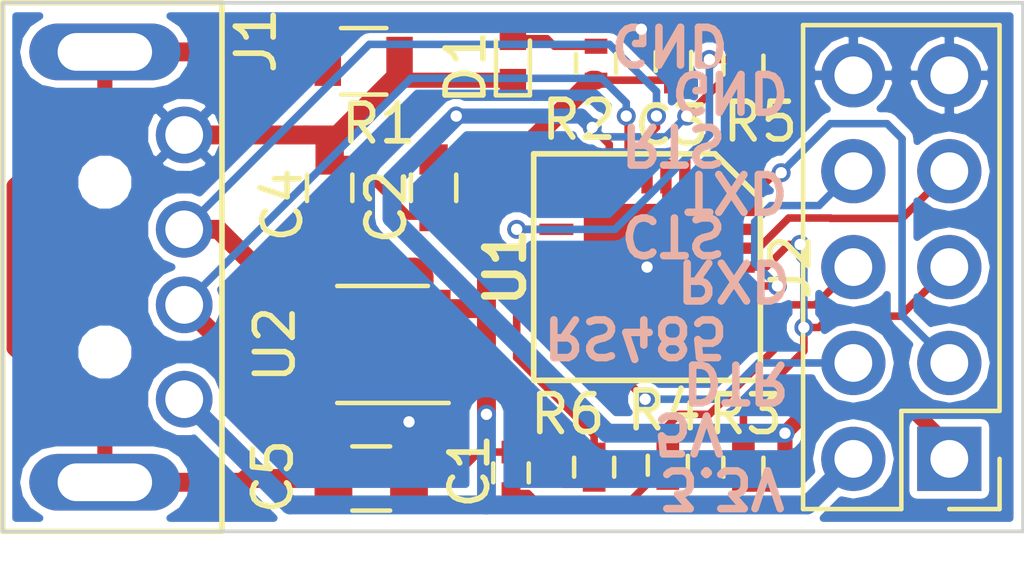
<source format=kicad_pcb>
(kicad_pcb (version 4) (host pcbnew 4.0.6-e0-6349~53~ubuntu16.04.1)

  (general
    (links 44)
    (no_connects 0)
    (area 99.774999 98.665 128.763334 114.671428)
    (thickness 1.6)
    (drawings 15)
    (tracks 208)
    (zones 0)
    (modules 16)
    (nets 30)
  )

  (page A4)
  (layers
    (0 F.Cu signal)
    (31 B.Cu power)
    (32 B.Adhes user)
    (33 F.Adhes user)
    (34 B.Paste user)
    (35 F.Paste user)
    (36 B.SilkS user)
    (37 F.SilkS user)
    (38 B.Mask user)
    (39 F.Mask user)
    (40 Dwgs.User user)
    (41 Cmts.User user)
    (42 Eco1.User user)
    (43 Eco2.User user hide)
    (44 Edge.Cuts user)
    (45 Margin user)
    (46 B.CrtYd user hide)
    (47 F.CrtYd user)
    (48 B.Fab user)
    (49 F.Fab user hide)
  )

  (setup
    (last_trace_width 0.2)
    (user_trace_width 0.2)
    (user_trace_width 0.4)
    (user_trace_width 0.5)
    (user_trace_width 1)
    (trace_clearance 0.15)
    (zone_clearance 0.508)
    (zone_45_only no)
    (trace_min 0.2)
    (segment_width 0.2)
    (edge_width 0.1)
    (via_size 0.5)
    (via_drill 0.3)
    (via_min_size 0.5)
    (via_min_drill 0.3)
    (user_via 0.5 0.3)
    (uvia_size 0.3)
    (uvia_drill 0.1)
    (uvias_allowed no)
    (uvia_min_size 0.2)
    (uvia_min_drill 0.1)
    (pcb_text_width 0.3)
    (pcb_text_size 1.5 1.5)
    (mod_edge_width 0.15)
    (mod_text_size 1 1)
    (mod_text_width 0.15)
    (pad_size 1.5 1.5)
    (pad_drill 0.6)
    (pad_to_mask_clearance 0)
    (aux_axis_origin 0 0)
    (visible_elements FFFFFF7F)
    (pcbplotparams
      (layerselection 0x010f0_80000001)
      (usegerberextensions true)
      (excludeedgelayer true)
      (linewidth 0.100000)
      (plotframeref false)
      (viasonmask false)
      (mode 1)
      (useauxorigin false)
      (hpglpennumber 1)
      (hpglpenspeed 20)
      (hpglpendiameter 15)
      (hpglpenoverlay 2)
      (psnegative false)
      (psa4output false)
      (plotreference true)
      (plotvalue false)
      (plotinvisibletext false)
      (padsonsilk false)
      (subtractmaskfromsilk false)
      (outputformat 1)
      (mirror false)
      (drillshape 0)
      (scaleselection 1)
      (outputdirectory gerbers/))
  )

  (net 0 "")
  (net 1 VDD)
  (net 2 GND)
  (net 3 VCC)
  (net 4 "Net-(D1-Pad2)")
  (net 5 "Net-(R5-Pad2)")
  (net 6 "Net-(R6-Pad2)")
  (net 7 "Net-(U1-Pad1)")
  (net 8 "Net-(U1-Pad2)")
  (net 9 "Net-(U1-Pad10)")
  (net 10 "Net-(U1-Pad12)")
  (net 11 "Net-(U1-Pad13)")
  (net 12 "Net-(U1-Pad14)")
  (net 13 "Net-(U1-Pad15)")
  (net 14 "Net-(U1-Pad16)")
  (net 15 "Net-(U1-Pad18)")
  (net 16 "Net-(U1-Pad19)")
  (net 17 "Net-(U1-Pad20)")
  (net 18 "Net-(U1-Pad21)")
  (net 19 "Net-(U1-Pad22)")
  (net 20 "Net-(U1-Pad27)")
  (net 21 GNDPWR)
  (net 22 /D+)
  (net 23 /D-)
  (net 24 /DTR)
  (net 25 /RS485)
  (net 26 /RXD)
  (net 27 /CTS)
  (net 28 /TXD)
  (net 29 /RTS)

  (net_class Default "This is the default net class."
    (clearance 0.15)
    (trace_width 0.2)
    (via_dia 0.5)
    (via_drill 0.3)
    (uvia_dia 0.3)
    (uvia_drill 0.1)
    (add_net /CTS)
    (add_net /D+)
    (add_net /D-)
    (add_net /DTR)
    (add_net /RS485)
    (add_net /RTS)
    (add_net /RXD)
    (add_net /TXD)
    (add_net GND)
    (add_net "Net-(D1-Pad2)")
    (add_net "Net-(R5-Pad2)")
    (add_net "Net-(R6-Pad2)")
    (add_net "Net-(U1-Pad1)")
    (add_net "Net-(U1-Pad10)")
    (add_net "Net-(U1-Pad12)")
    (add_net "Net-(U1-Pad13)")
    (add_net "Net-(U1-Pad14)")
    (add_net "Net-(U1-Pad15)")
    (add_net "Net-(U1-Pad16)")
    (add_net "Net-(U1-Pad18)")
    (add_net "Net-(U1-Pad19)")
    (add_net "Net-(U1-Pad2)")
    (add_net "Net-(U1-Pad20)")
    (add_net "Net-(U1-Pad21)")
    (add_net "Net-(U1-Pad22)")
    (add_net "Net-(U1-Pad27)")
  )

  (net_class Power ""
    (clearance 0.15)
    (trace_width 0.5)
    (via_dia 0.5)
    (via_drill 0.3)
    (uvia_dia 0.3)
    (uvia_drill 0.1)
    (add_net GNDPWR)
    (add_net VCC)
    (add_net VDD)
  )

  (module Capacitors_SMD:C_0402 (layer F.Cu) (tedit 58AA841A) (tstamp 594A2055)
    (at 113.45 112.45 90)
    (descr "Capacitor SMD 0402, reflow soldering, AVX (see smccp.pdf)")
    (tags "capacitor 0402")
    (path /5948AD22)
    (attr smd)
    (fp_text reference C1 (at 0.05 -1.1 270) (layer F.SilkS)
      (effects (font (size 1 1) (thickness 0.15)))
    )
    (fp_text value 0.1uF (at 0 1.27 90) (layer F.Fab)
      (effects (font (size 1 1) (thickness 0.15)))
    )
    (fp_text user %R (at 0 -1.27 90) (layer F.Fab)
      (effects (font (size 1 1) (thickness 0.15)))
    )
    (fp_line (start -0.5 0.25) (end -0.5 -0.25) (layer F.Fab) (width 0.1))
    (fp_line (start 0.5 0.25) (end -0.5 0.25) (layer F.Fab) (width 0.1))
    (fp_line (start 0.5 -0.25) (end 0.5 0.25) (layer F.Fab) (width 0.1))
    (fp_line (start -0.5 -0.25) (end 0.5 -0.25) (layer F.Fab) (width 0.1))
    (fp_line (start 0.25 -0.47) (end -0.25 -0.47) (layer F.SilkS) (width 0.12))
    (fp_line (start -0.25 0.47) (end 0.25 0.47) (layer F.SilkS) (width 0.12))
    (fp_line (start -1 -0.4) (end 1 -0.4) (layer F.CrtYd) (width 0.05))
    (fp_line (start -1 -0.4) (end -1 0.4) (layer F.CrtYd) (width 0.05))
    (fp_line (start 1 0.4) (end 1 -0.4) (layer F.CrtYd) (width 0.05))
    (fp_line (start 1 0.4) (end -1 0.4) (layer F.CrtYd) (width 0.05))
    (pad 1 smd rect (at -0.55 0 90) (size 0.6 0.5) (layers F.Cu F.Paste F.Mask)
      (net 1 VDD))
    (pad 2 smd rect (at 0.55 0 90) (size 0.6 0.5) (layers F.Cu F.Paste F.Mask)
      (net 2 GND))
    (model Capacitors_SMD.3dshapes/C_0402.wrl
      (at (xyz 0 0 0))
      (scale (xyz 1 1 1))
      (rotate (xyz 0 0 0))
    )
  )

  (module Capacitors_SMD:C_0603 (layer F.Cu) (tedit 58AA844E) (tstamp 594A2066)
    (at 111.4 104.9 270)
    (descr "Capacitor SMD 0603, reflow soldering, AVX (see smccp.pdf)")
    (tags "capacitor 0603")
    (path /5948B01E)
    (attr smd)
    (fp_text reference C2 (at 0.5 1.25 270) (layer F.SilkS)
      (effects (font (size 1 1) (thickness 0.15)))
    )
    (fp_text value 4.7uF (at 0 1.5 270) (layer F.Fab)
      (effects (font (size 1 1) (thickness 0.15)))
    )
    (fp_text user %R (at 0 -1.5 270) (layer F.Fab)
      (effects (font (size 1 1) (thickness 0.15)))
    )
    (fp_line (start -0.8 0.4) (end -0.8 -0.4) (layer F.Fab) (width 0.1))
    (fp_line (start 0.8 0.4) (end -0.8 0.4) (layer F.Fab) (width 0.1))
    (fp_line (start 0.8 -0.4) (end 0.8 0.4) (layer F.Fab) (width 0.1))
    (fp_line (start -0.8 -0.4) (end 0.8 -0.4) (layer F.Fab) (width 0.1))
    (fp_line (start -0.35 -0.6) (end 0.35 -0.6) (layer F.SilkS) (width 0.12))
    (fp_line (start 0.35 0.6) (end -0.35 0.6) (layer F.SilkS) (width 0.12))
    (fp_line (start -1.4 -0.65) (end 1.4 -0.65) (layer F.CrtYd) (width 0.05))
    (fp_line (start -1.4 -0.65) (end -1.4 0.65) (layer F.CrtYd) (width 0.05))
    (fp_line (start 1.4 0.65) (end 1.4 -0.65) (layer F.CrtYd) (width 0.05))
    (fp_line (start 1.4 0.65) (end -1.4 0.65) (layer F.CrtYd) (width 0.05))
    (pad 1 smd rect (at -0.75 0 270) (size 0.8 0.75) (layers F.Cu F.Paste F.Mask)
      (net 1 VDD))
    (pad 2 smd rect (at 0.75 0 270) (size 0.8 0.75) (layers F.Cu F.Paste F.Mask)
      (net 2 GND))
    (model Capacitors_SMD.3dshapes/C_0603.wrl
      (at (xyz 0 0 0))
      (scale (xyz 1 1 1))
      (rotate (xyz 0 0 0))
    )
  )

  (module Capacitors_SMD:C_0402 (layer F.Cu) (tedit 58AA841A) (tstamp 594A2077)
    (at 117.75 101.55 90)
    (descr "Capacitor SMD 0402, reflow soldering, AVX (see smccp.pdf)")
    (tags "capacitor 0402")
    (path /5948A263)
    (attr smd)
    (fp_text reference C3 (at -1.7 -0.05 180) (layer F.SilkS)
      (effects (font (size 1 1) (thickness 0.15)))
    )
    (fp_text value 0.1uF (at 0 1.27 90) (layer F.Fab)
      (effects (font (size 1 1) (thickness 0.15)))
    )
    (fp_text user %R (at 0 -1.27 90) (layer F.Fab)
      (effects (font (size 1 1) (thickness 0.15)))
    )
    (fp_line (start -0.5 0.25) (end -0.5 -0.25) (layer F.Fab) (width 0.1))
    (fp_line (start 0.5 0.25) (end -0.5 0.25) (layer F.Fab) (width 0.1))
    (fp_line (start 0.5 -0.25) (end 0.5 0.25) (layer F.Fab) (width 0.1))
    (fp_line (start -0.5 -0.25) (end 0.5 -0.25) (layer F.Fab) (width 0.1))
    (fp_line (start 0.25 -0.47) (end -0.25 -0.47) (layer F.SilkS) (width 0.12))
    (fp_line (start -0.25 0.47) (end 0.25 0.47) (layer F.SilkS) (width 0.12))
    (fp_line (start -1 -0.4) (end 1 -0.4) (layer F.CrtYd) (width 0.05))
    (fp_line (start -1 -0.4) (end -1 0.4) (layer F.CrtYd) (width 0.05))
    (fp_line (start 1 0.4) (end 1 -0.4) (layer F.CrtYd) (width 0.05))
    (fp_line (start 1 0.4) (end -1 0.4) (layer F.CrtYd) (width 0.05))
    (pad 1 smd rect (at -0.55 0 90) (size 0.6 0.5) (layers F.Cu F.Paste F.Mask)
      (net 3 VCC))
    (pad 2 smd rect (at 0.55 0 90) (size 0.6 0.5) (layers F.Cu F.Paste F.Mask)
      (net 2 GND))
    (model Capacitors_SMD.3dshapes/C_0402.wrl
      (at (xyz 0 0 0))
      (scale (xyz 1 1 1))
      (rotate (xyz 0 0 0))
    )
  )

  (module Capacitors_SMD:C_0603 (layer F.Cu) (tedit 58AA844E) (tstamp 594A2088)
    (at 108.65 104.9 90)
    (descr "Capacitor SMD 0603, reflow soldering, AVX (see smccp.pdf)")
    (tags "capacitor 0603")
    (path /5948A2D2)
    (attr smd)
    (fp_text reference C4 (at -0.45 -1.25 90) (layer F.SilkS)
      (effects (font (size 1 1) (thickness 0.15)))
    )
    (fp_text value 4.7uF (at 0 1.5 90) (layer F.Fab)
      (effects (font (size 1 1) (thickness 0.15)))
    )
    (fp_text user %R (at 0 -1.5 90) (layer F.Fab)
      (effects (font (size 1 1) (thickness 0.15)))
    )
    (fp_line (start -0.8 0.4) (end -0.8 -0.4) (layer F.Fab) (width 0.1))
    (fp_line (start 0.8 0.4) (end -0.8 0.4) (layer F.Fab) (width 0.1))
    (fp_line (start 0.8 -0.4) (end 0.8 0.4) (layer F.Fab) (width 0.1))
    (fp_line (start -0.8 -0.4) (end 0.8 -0.4) (layer F.Fab) (width 0.1))
    (fp_line (start -0.35 -0.6) (end 0.35 -0.6) (layer F.SilkS) (width 0.12))
    (fp_line (start 0.35 0.6) (end -0.35 0.6) (layer F.SilkS) (width 0.12))
    (fp_line (start -1.4 -0.65) (end 1.4 -0.65) (layer F.CrtYd) (width 0.05))
    (fp_line (start -1.4 -0.65) (end -1.4 0.65) (layer F.CrtYd) (width 0.05))
    (fp_line (start 1.4 0.65) (end 1.4 -0.65) (layer F.CrtYd) (width 0.05))
    (fp_line (start 1.4 0.65) (end -1.4 0.65) (layer F.CrtYd) (width 0.05))
    (pad 1 smd rect (at -0.75 0 90) (size 0.8 0.75) (layers F.Cu F.Paste F.Mask)
      (net 3 VCC))
    (pad 2 smd rect (at 0.75 0 90) (size 0.8 0.75) (layers F.Cu F.Paste F.Mask)
      (net 2 GND))
    (model Capacitors_SMD.3dshapes/C_0603.wrl
      (at (xyz 0 0 0))
      (scale (xyz 1 1 1))
      (rotate (xyz 0 0 0))
    )
  )

  (module LEDs:LED_0402 (layer F.Cu) (tedit 57FE9357) (tstamp 594A209D)
    (at 113.5 101.5 90)
    (descr "LED 0402 smd package")
    (tags "LED led 0402 SMD smd SMT smt smdled SMDLED smtled SMTLED")
    (path /593F53DD)
    (attr smd)
    (fp_text reference D1 (at -0.2 -1.25 90) (layer F.SilkS)
      (effects (font (size 1 1) (thickness 0.15)))
    )
    (fp_text value LED (at 0 1.4 90) (layer F.Fab)
      (effects (font (size 1 1) (thickness 0.15)))
    )
    (fp_line (start -0.95 -0.45) (end -0.95 0.45) (layer F.SilkS) (width 0.12))
    (fp_line (start -0.15 -0.2) (end -0.15 0.2) (layer F.Fab) (width 0.1))
    (fp_line (start -0.15 0) (end 0.15 -0.2) (layer F.Fab) (width 0.1))
    (fp_line (start 0.15 0.2) (end -0.15 0) (layer F.Fab) (width 0.1))
    (fp_line (start 0.15 -0.2) (end 0.15 0.2) (layer F.Fab) (width 0.1))
    (fp_line (start 0.5 0.25) (end -0.5 0.25) (layer F.Fab) (width 0.1))
    (fp_line (start 0.5 -0.25) (end 0.5 0.25) (layer F.Fab) (width 0.1))
    (fp_line (start -0.5 -0.25) (end 0.5 -0.25) (layer F.Fab) (width 0.1))
    (fp_line (start -0.5 0.25) (end -0.5 -0.25) (layer F.Fab) (width 0.1))
    (fp_line (start -0.95 0.45) (end 0.5 0.45) (layer F.SilkS) (width 0.12))
    (fp_line (start -0.95 -0.45) (end 0.5 -0.45) (layer F.SilkS) (width 0.12))
    (fp_line (start 1 -0.5) (end 1 0.5) (layer F.CrtYd) (width 0.05))
    (fp_line (start 1 0.5) (end -1 0.5) (layer F.CrtYd) (width 0.05))
    (fp_line (start -1 0.5) (end -1 -0.5) (layer F.CrtYd) (width 0.05))
    (fp_line (start -1 -0.5) (end 1 -0.5) (layer F.CrtYd) (width 0.05))
    (pad 2 smd rect (at 0.55 0 270) (size 0.6 0.7) (layers F.Cu F.Paste F.Mask)
      (net 4 "Net-(D1-Pad2)"))
    (pad 1 smd rect (at -0.55 0 270) (size 0.6 0.7) (layers F.Cu F.Paste F.Mask)
      (net 2 GND))
    (model LEDs.3dshapes/LED_0402.wrl
      (at (xyz 0 0 0))
      (scale (xyz 1 1 1))
      (rotate (xyz 0 0 180))
    )
  )

  (module Resistors_SMD:R_0402 (layer F.Cu) (tedit 58E0A804) (tstamp 594A20F2)
    (at 115.7 101.6 90)
    (descr "Resistor SMD 0402, reflow soldering, Vishay (see dcrcw.pdf)")
    (tags "resistor 0402")
    (path /593F502C)
    (attr smd)
    (fp_text reference R2 (at -1.5 -0.45 180) (layer F.SilkS)
      (effects (font (size 1 1) (thickness 0.15)))
    )
    (fp_text value 2k2 (at 0 1.45 90) (layer F.Fab)
      (effects (font (size 1 1) (thickness 0.15)))
    )
    (fp_text user %R (at 0 -1.35 90) (layer F.Fab)
      (effects (font (size 1 1) (thickness 0.15)))
    )
    (fp_line (start -0.5 0.25) (end -0.5 -0.25) (layer F.Fab) (width 0.1))
    (fp_line (start 0.5 0.25) (end -0.5 0.25) (layer F.Fab) (width 0.1))
    (fp_line (start 0.5 -0.25) (end 0.5 0.25) (layer F.Fab) (width 0.1))
    (fp_line (start -0.5 -0.25) (end 0.5 -0.25) (layer F.Fab) (width 0.1))
    (fp_line (start 0.25 -0.53) (end -0.25 -0.53) (layer F.SilkS) (width 0.12))
    (fp_line (start -0.25 0.53) (end 0.25 0.53) (layer F.SilkS) (width 0.12))
    (fp_line (start -0.8 -0.45) (end 0.8 -0.45) (layer F.CrtYd) (width 0.05))
    (fp_line (start -0.8 -0.45) (end -0.8 0.45) (layer F.CrtYd) (width 0.05))
    (fp_line (start 0.8 0.45) (end 0.8 -0.45) (layer F.CrtYd) (width 0.05))
    (fp_line (start 0.8 0.45) (end -0.8 0.45) (layer F.CrtYd) (width 0.05))
    (pad 1 smd rect (at -0.45 0 90) (size 0.4 0.6) (layers F.Cu F.Paste F.Mask)
      (net 3 VCC))
    (pad 2 smd rect (at 0.45 0 90) (size 0.4 0.6) (layers F.Cu F.Paste F.Mask)
      (net 4 "Net-(D1-Pad2)"))
    (model ${KISYS3DMOD}/Resistors_SMD.3dshapes/R_0402.wrl
      (at (xyz 0 0 0))
      (scale (xyz 1 1 1))
      (rotate (xyz 0 0 0))
    )
  )

  (module Resistors_SMD:R_0402 (layer F.Cu) (tedit 58E0A804) (tstamp 594A2103)
    (at 119.6 112.3 90)
    (descr "Resistor SMD 0402, reflow soldering, Vishay (see dcrcw.pdf)")
    (tags "resistor 0402")
    (path /5948CEAF)
    (attr smd)
    (fp_text reference R3 (at 1.4 0.05 180) (layer F.SilkS)
      (effects (font (size 1 1) (thickness 0.15)))
    )
    (fp_text value 10k (at 0 1.45 90) (layer F.Fab)
      (effects (font (size 1 1) (thickness 0.15)))
    )
    (fp_text user %R (at 0 -1.35 90) (layer F.Fab)
      (effects (font (size 1 1) (thickness 0.15)))
    )
    (fp_line (start -0.5 0.25) (end -0.5 -0.25) (layer F.Fab) (width 0.1))
    (fp_line (start 0.5 0.25) (end -0.5 0.25) (layer F.Fab) (width 0.1))
    (fp_line (start 0.5 -0.25) (end 0.5 0.25) (layer F.Fab) (width 0.1))
    (fp_line (start -0.5 -0.25) (end 0.5 -0.25) (layer F.Fab) (width 0.1))
    (fp_line (start 0.25 -0.53) (end -0.25 -0.53) (layer F.SilkS) (width 0.12))
    (fp_line (start -0.25 0.53) (end 0.25 0.53) (layer F.SilkS) (width 0.12))
    (fp_line (start -0.8 -0.45) (end 0.8 -0.45) (layer F.CrtYd) (width 0.05))
    (fp_line (start -0.8 -0.45) (end -0.8 0.45) (layer F.CrtYd) (width 0.05))
    (fp_line (start 0.8 0.45) (end 0.8 -0.45) (layer F.CrtYd) (width 0.05))
    (fp_line (start 0.8 0.45) (end -0.8 0.45) (layer F.CrtYd) (width 0.05))
    (pad 1 smd rect (at -0.45 0 90) (size 0.4 0.6) (layers F.Cu F.Paste F.Mask)
      (net 1 VDD))
    (pad 2 smd rect (at 0.45 0 90) (size 0.4 0.6) (layers F.Cu F.Paste F.Mask)
      (net 26 /RXD))
    (model ${KISYS3DMOD}/Resistors_SMD.3dshapes/R_0402.wrl
      (at (xyz 0 0 0))
      (scale (xyz 1 1 1))
      (rotate (xyz 0 0 0))
    )
  )

  (module Resistors_SMD:R_0402 (layer F.Cu) (tedit 58E0A804) (tstamp 594A2114)
    (at 117.6 112.25 90)
    (descr "Resistor SMD 0402, reflow soldering, Vishay (see dcrcw.pdf)")
    (tags "resistor 0402")
    (path /5948CF27)
    (attr smd)
    (fp_text reference R4 (at 1.45 -0.1 180) (layer F.SilkS)
      (effects (font (size 1 1) (thickness 0.15)))
    )
    (fp_text value 10k (at 0 1.45 90) (layer F.Fab)
      (effects (font (size 1 1) (thickness 0.15)))
    )
    (fp_text user %R (at 0 -1.35 90) (layer F.Fab)
      (effects (font (size 1 1) (thickness 0.15)))
    )
    (fp_line (start -0.5 0.25) (end -0.5 -0.25) (layer F.Fab) (width 0.1))
    (fp_line (start 0.5 0.25) (end -0.5 0.25) (layer F.Fab) (width 0.1))
    (fp_line (start 0.5 -0.25) (end 0.5 0.25) (layer F.Fab) (width 0.1))
    (fp_line (start -0.5 -0.25) (end 0.5 -0.25) (layer F.Fab) (width 0.1))
    (fp_line (start 0.25 -0.53) (end -0.25 -0.53) (layer F.SilkS) (width 0.12))
    (fp_line (start -0.25 0.53) (end 0.25 0.53) (layer F.SilkS) (width 0.12))
    (fp_line (start -0.8 -0.45) (end 0.8 -0.45) (layer F.CrtYd) (width 0.05))
    (fp_line (start -0.8 -0.45) (end -0.8 0.45) (layer F.CrtYd) (width 0.05))
    (fp_line (start 0.8 0.45) (end 0.8 -0.45) (layer F.CrtYd) (width 0.05))
    (fp_line (start 0.8 0.45) (end -0.8 0.45) (layer F.CrtYd) (width 0.05))
    (pad 1 smd rect (at -0.45 0 90) (size 0.4 0.6) (layers F.Cu F.Paste F.Mask)
      (net 1 VDD))
    (pad 2 smd rect (at 0.45 0 90) (size 0.4 0.6) (layers F.Cu F.Paste F.Mask)
      (net 27 /CTS))
    (model ${KISYS3DMOD}/Resistors_SMD.3dshapes/R_0402.wrl
      (at (xyz 0 0 0))
      (scale (xyz 1 1 1))
      (rotate (xyz 0 0 0))
    )
  )

  (module Resistors_SMD:R_0402 (layer F.Cu) (tedit 58E0A804) (tstamp 594A2125)
    (at 119.6 101.65 90)
    (descr "Resistor SMD 0402, reflow soldering, Vishay (see dcrcw.pdf)")
    (tags "resistor 0402")
    (path /5948DD25)
    (attr smd)
    (fp_text reference R5 (at -1.5 0.45 180) (layer F.SilkS)
      (effects (font (size 1 1) (thickness 0.15)))
    )
    (fp_text value 1k (at 0 1.45 90) (layer F.Fab)
      (effects (font (size 1 1) (thickness 0.15)))
    )
    (fp_text user %R (at 0 -1.35 90) (layer F.Fab)
      (effects (font (size 1 1) (thickness 0.15)))
    )
    (fp_line (start -0.5 0.25) (end -0.5 -0.25) (layer F.Fab) (width 0.1))
    (fp_line (start 0.5 0.25) (end -0.5 0.25) (layer F.Fab) (width 0.1))
    (fp_line (start 0.5 -0.25) (end 0.5 0.25) (layer F.Fab) (width 0.1))
    (fp_line (start -0.5 -0.25) (end 0.5 -0.25) (layer F.Fab) (width 0.1))
    (fp_line (start 0.25 -0.53) (end -0.25 -0.53) (layer F.SilkS) (width 0.12))
    (fp_line (start -0.25 0.53) (end 0.25 0.53) (layer F.SilkS) (width 0.12))
    (fp_line (start -0.8 -0.45) (end 0.8 -0.45) (layer F.CrtYd) (width 0.05))
    (fp_line (start -0.8 -0.45) (end -0.8 0.45) (layer F.CrtYd) (width 0.05))
    (fp_line (start 0.8 0.45) (end 0.8 -0.45) (layer F.CrtYd) (width 0.05))
    (fp_line (start 0.8 0.45) (end -0.8 0.45) (layer F.CrtYd) (width 0.05))
    (pad 1 smd rect (at -0.45 0 90) (size 0.4 0.6) (layers F.Cu F.Paste F.Mask)
      (net 1 VDD))
    (pad 2 smd rect (at 0.45 0 90) (size 0.4 0.6) (layers F.Cu F.Paste F.Mask)
      (net 5 "Net-(R5-Pad2)"))
    (model ${KISYS3DMOD}/Resistors_SMD.3dshapes/R_0402.wrl
      (at (xyz 0 0 0))
      (scale (xyz 1 1 1))
      (rotate (xyz 0 0 0))
    )
  )

  (module Resistors_SMD:R_0402 (layer F.Cu) (tedit 58E0A804) (tstamp 594A2136)
    (at 115.65 112.3 90)
    (descr "Resistor SMD 0402, reflow soldering, Vishay (see dcrcw.pdf)")
    (tags "resistor 0402")
    (path /5948BEC7)
    (attr smd)
    (fp_text reference R6 (at 1.4 -0.7 180) (layer F.SilkS)
      (effects (font (size 1 1) (thickness 0.15)))
    )
    (fp_text value 10k (at 0 1.45 90) (layer F.Fab)
      (effects (font (size 1 1) (thickness 0.15)))
    )
    (fp_text user %R (at 0 -1.35 90) (layer F.Fab)
      (effects (font (size 1 1) (thickness 0.15)))
    )
    (fp_line (start -0.5 0.25) (end -0.5 -0.25) (layer F.Fab) (width 0.1))
    (fp_line (start 0.5 0.25) (end -0.5 0.25) (layer F.Fab) (width 0.1))
    (fp_line (start 0.5 -0.25) (end 0.5 0.25) (layer F.Fab) (width 0.1))
    (fp_line (start -0.5 -0.25) (end 0.5 -0.25) (layer F.Fab) (width 0.1))
    (fp_line (start 0.25 -0.53) (end -0.25 -0.53) (layer F.SilkS) (width 0.12))
    (fp_line (start -0.25 0.53) (end 0.25 0.53) (layer F.SilkS) (width 0.12))
    (fp_line (start -0.8 -0.45) (end 0.8 -0.45) (layer F.CrtYd) (width 0.05))
    (fp_line (start -0.8 -0.45) (end -0.8 0.45) (layer F.CrtYd) (width 0.05))
    (fp_line (start 0.8 0.45) (end 0.8 -0.45) (layer F.CrtYd) (width 0.05))
    (fp_line (start 0.8 0.45) (end -0.8 0.45) (layer F.CrtYd) (width 0.05))
    (pad 1 smd rect (at -0.45 0 90) (size 0.4 0.6) (layers F.Cu F.Paste F.Mask)
      (net 2 GND))
    (pad 2 smd rect (at 0.45 0 90) (size 0.4 0.6) (layers F.Cu F.Paste F.Mask)
      (net 6 "Net-(R6-Pad2)"))
    (model ${KISYS3DMOD}/Resistors_SMD.3dshapes/R_0402.wrl
      (at (xyz 0 0 0))
      (scale (xyz 1 1 1))
      (rotate (xyz 0 0 0))
    )
  )

  (module myfootprint:QFN28 (layer F.Cu) (tedit 594393FF) (tstamp 594A215C)
    (at 117.05 107 270)
    (path /594395F4)
    (fp_text reference U1 (at 0 1 270) (layer F.SilkS) hide
      (effects (font (size 0.5 0.5) (thickness 0.125)))
    )
    (fp_text value CP2102N (at 0 -1.1 270) (layer F.Fab)
      (effects (font (size 0.5 0.5) (thickness 0.125)))
    )
    (fp_line (start -1.8 -3) (end 3 -3) (layer F.SilkS) (width 0.15))
    (fp_line (start 3 -3) (end 3 3) (layer F.SilkS) (width 0.15))
    (fp_line (start 3 3) (end -3 3) (layer F.SilkS) (width 0.15))
    (fp_line (start -3 3) (end -3 -1.8) (layer F.SilkS) (width 0.15))
    (fp_line (start -3 -1.8) (end -1.8 -3) (layer F.SilkS) (width 0.15))
    (pad 1 smd rect (at -2.4 -1.5 270) (size 0.9 0.3) (layers F.Cu F.Paste F.Mask)
      (net 7 "Net-(U1-Pad1)"))
    (pad 2 smd rect (at -2.4 -1 270) (size 0.9 0.3) (layers F.Cu F.Paste F.Mask)
      (net 8 "Net-(U1-Pad2)"))
    (pad 3 smd rect (at -2.4 -0.5 270) (size 0.9 0.3) (layers F.Cu F.Paste F.Mask)
      (net 2 GND))
    (pad 4 smd rect (at -2.4 0 270) (size 0.9 0.3) (layers F.Cu F.Paste F.Mask)
      (net 22 /D+))
    (pad 5 smd rect (at -2.4 0.5 270) (size 0.9 0.3) (layers F.Cu F.Paste F.Mask)
      (net 23 /D-))
    (pad 6 smd rect (at -2.4 1 270) (size 0.9 0.3) (layers F.Cu F.Paste F.Mask)
      (net 1 VDD))
    (pad 7 smd rect (at -2.4 1.5 270) (size 0.9 0.3) (layers F.Cu F.Paste F.Mask)
      (net 3 VCC))
    (pad 8 smd rect (at -1.5 2.4 270) (size 0.3 0.9) (layers F.Cu F.Paste F.Mask)
      (net 3 VCC))
    (pad 9 smd rect (at -1 2.4 270) (size 0.3 0.9) (layers F.Cu F.Paste F.Mask)
      (net 5 "Net-(R5-Pad2)"))
    (pad 10 smd rect (at -0.5 2.4 270) (size 0.3 0.9) (layers F.Cu F.Paste F.Mask)
      (net 9 "Net-(U1-Pad10)"))
    (pad 11 smd rect (at 0 2.4 270) (size 0.3 0.9) (layers F.Cu F.Paste F.Mask)
      (net 6 "Net-(R6-Pad2)"))
    (pad 12 smd rect (at 0.5 2.4 270) (size 0.3 0.9) (layers F.Cu F.Paste F.Mask)
      (net 10 "Net-(U1-Pad12)"))
    (pad 13 smd rect (at 1 2.4 270) (size 0.3 0.9) (layers F.Cu F.Paste F.Mask)
      (net 11 "Net-(U1-Pad13)"))
    (pad 14 smd rect (at 1.5 2.4 270) (size 0.3 0.9) (layers F.Cu F.Paste F.Mask)
      (net 12 "Net-(U1-Pad14)"))
    (pad 15 smd rect (at 2.4 1.5 270) (size 0.9 0.3) (layers F.Cu F.Paste F.Mask)
      (net 13 "Net-(U1-Pad15)"))
    (pad 16 smd rect (at 2.4 1 270) (size 0.9 0.3) (layers F.Cu F.Paste F.Mask)
      (net 14 "Net-(U1-Pad16)"))
    (pad 17 smd rect (at 2.4 0.5 270) (size 0.9 0.3) (layers F.Cu F.Paste F.Mask)
      (net 25 /RS485))
    (pad 18 smd rect (at 2.4 0 270) (size 0.9 0.3) (layers F.Cu F.Paste F.Mask)
      (net 15 "Net-(U1-Pad18)"))
    (pad 19 smd rect (at 2.4 -0.5 270) (size 0.9 0.3) (layers F.Cu F.Paste F.Mask)
      (net 16 "Net-(U1-Pad19)"))
    (pad 20 smd rect (at 2.4 -1 270) (size 0.9 0.3) (layers F.Cu F.Paste F.Mask)
      (net 17 "Net-(U1-Pad20)"))
    (pad 21 smd rect (at 2.4 -1.5 270) (size 0.9 0.3) (layers F.Cu F.Paste F.Mask)
      (net 18 "Net-(U1-Pad21)"))
    (pad 22 smd rect (at 1.5 -2.4 270) (size 0.3 0.9) (layers F.Cu F.Paste F.Mask)
      (net 19 "Net-(U1-Pad22)"))
    (pad 23 smd rect (at 1 -2.4 270) (size 0.3 0.9) (layers F.Cu F.Paste F.Mask)
      (net 27 /CTS))
    (pad 24 smd rect (at 0.5 -2.4 270) (size 0.3 0.9) (layers F.Cu F.Paste F.Mask)
      (net 29 /RTS))
    (pad 25 smd rect (at 0 -2.4 270) (size 0.3 0.9) (layers F.Cu F.Paste F.Mask)
      (net 26 /RXD))
    (pad 26 smd rect (at -0.5 -2.4 270) (size 0.3 0.9) (layers F.Cu F.Paste F.Mask)
      (net 28 /TXD))
    (pad 27 smd rect (at -1 -2.4 270) (size 0.3 0.9) (layers F.Cu F.Paste F.Mask)
      (net 20 "Net-(U1-Pad27)"))
    (pad 28 smd rect (at -1.5 -2.4 270) (size 0.3 0.9) (layers F.Cu F.Paste F.Mask)
      (net 24 /DTR))
    (pad 29 smd rect (at 0 0 270) (size 3.35 3.35) (layers F.Cu F.Paste F.Mask)
      (net 2 GND))
  )

  (module myfootprint:USB_A_Plug (layer F.Cu) (tedit 594B38A6) (tstamp 594A20B1)
    (at 104.8 107 270)
    (descr "USB A connector")
    (tags "USB USB_A_Plug")
    (path /59391298)
    (fp_text reference J1 (at -6 -1.9 270) (layer F.SilkS)
      (effects (font (size 1 1) (thickness 0.15)))
    )
    (fp_text value USB_A (at 0 3.6 270) (layer F.Fab)
      (effects (font (size 1 1) (thickness 0.15)))
    )
    (fp_line (start -7 4.8) (end -7 -1) (layer F.SilkS) (width 0.15))
    (fp_line (start 7 4.8) (end -7 4.8) (layer F.SilkS) (width 0.15))
    (fp_line (start 7 -1) (end 7 4.8) (layer F.SilkS) (width 0.15))
    (fp_line (start -7 -1) (end 7 -1) (layer F.SilkS) (width 0.15))
    (pad 4 thru_hole circle (at -3.5 0 180) (size 1.5 1.5) (drill 1) (layers *.Cu *.Mask)
      (net 2 GND))
    (pad 3 thru_hole circle (at -1 0 180) (size 1.5 1.5) (drill 1) (layers *.Cu *.Mask)
      (net 22 /D+))
    (pad 2 thru_hole circle (at 1 0 180) (size 1.5 1.5) (drill 1) (layers *.Cu *.Mask)
      (net 23 /D-))
    (pad 1 thru_hole circle (at 3.5 0 180) (size 1.5 1.5) (drill 1) (layers *.Cu *.Mask)
      (net 3 VCC))
    (pad 5 thru_hole oval (at 5.7 2.1 180) (size 4 1.5) (drill oval 2.5 1) (layers *.Cu *.Mask)
      (net 21 GNDPWR))
    (pad 5 thru_hole oval (at -5.7 2.1 180) (size 4 1.5) (drill oval 2.5 1) (layers *.Cu *.Mask)
      (net 21 GNDPWR))
    (pad "" np_thru_hole circle (at -2.25 2.1 180) (size 1 1) (drill 1) (layers *.Cu *.Mask))
    (pad "" np_thru_hole circle (at 2.25 2.1 180) (size 1 1) (drill 1) (layers *.Cu *.Mask))
  )

  (module Capacitors_SMD:C_0805 (layer F.Cu) (tedit 58AA8463) (tstamp 594B603D)
    (at 109.75 112.6 180)
    (descr "Capacitor SMD 0805, reflow soldering, AVX (see smccp.pdf)")
    (tags "capacitor 0805")
    (path /594B7571)
    (attr smd)
    (fp_text reference C5 (at 2.6 0.05 270) (layer F.SilkS)
      (effects (font (size 1 1) (thickness 0.15)))
    )
    (fp_text value 100pF (at 0 1.75 180) (layer F.Fab)
      (effects (font (size 1 1) (thickness 0.15)))
    )
    (fp_text user %R (at 0 -1.5 180) (layer F.Fab)
      (effects (font (size 1 1) (thickness 0.15)))
    )
    (fp_line (start -1 0.62) (end -1 -0.62) (layer F.Fab) (width 0.1))
    (fp_line (start 1 0.62) (end -1 0.62) (layer F.Fab) (width 0.1))
    (fp_line (start 1 -0.62) (end 1 0.62) (layer F.Fab) (width 0.1))
    (fp_line (start -1 -0.62) (end 1 -0.62) (layer F.Fab) (width 0.1))
    (fp_line (start 0.5 -0.85) (end -0.5 -0.85) (layer F.SilkS) (width 0.12))
    (fp_line (start -0.5 0.85) (end 0.5 0.85) (layer F.SilkS) (width 0.12))
    (fp_line (start -1.75 -0.88) (end 1.75 -0.88) (layer F.CrtYd) (width 0.05))
    (fp_line (start -1.75 -0.88) (end -1.75 0.87) (layer F.CrtYd) (width 0.05))
    (fp_line (start 1.75 0.87) (end 1.75 -0.88) (layer F.CrtYd) (width 0.05))
    (fp_line (start 1.75 0.87) (end -1.75 0.87) (layer F.CrtYd) (width 0.05))
    (pad 1 smd rect (at -1 0 180) (size 1 1.25) (layers F.Cu F.Paste F.Mask)
      (net 2 GND))
    (pad 2 smd rect (at 1 0 180) (size 1 1.25) (layers F.Cu F.Paste F.Mask)
      (net 21 GNDPWR))
    (model Capacitors_SMD.3dshapes/C_0805.wrl
      (at (xyz 0 0 0))
      (scale (xyz 1 1 1))
      (rotate (xyz 0 0 0))
    )
  )

  (module Pin_Headers:Pin_Header_Straight_2x05_Pitch2.54mm (layer F.Cu) (tedit 58CD4EC5) (tstamp 594B603E)
    (at 125.05 112.08 180)
    (descr "Through hole straight pin header, 2x05, 2.54mm pitch, double rows")
    (tags "Through hole pin header THT 2x05 2.54mm double row")
    (path /594B49CF)
    (fp_text reference J2 (at 4.2 5.08 270) (layer F.SilkS)
      (effects (font (size 1 1) (thickness 0.15)))
    )
    (fp_text value CONN_02X05 (at 1.27 12.49 180) (layer F.Fab)
      (effects (font (size 1 1) (thickness 0.15)))
    )
    (fp_line (start -1.27 -1.27) (end -1.27 11.43) (layer F.Fab) (width 0.1))
    (fp_line (start -1.27 11.43) (end 3.81 11.43) (layer F.Fab) (width 0.1))
    (fp_line (start 3.81 11.43) (end 3.81 -1.27) (layer F.Fab) (width 0.1))
    (fp_line (start 3.81 -1.27) (end -1.27 -1.27) (layer F.Fab) (width 0.1))
    (fp_line (start -1.33 1.27) (end -1.33 11.49) (layer F.SilkS) (width 0.12))
    (fp_line (start -1.33 11.49) (end 3.87 11.49) (layer F.SilkS) (width 0.12))
    (fp_line (start 3.87 11.49) (end 3.87 -1.33) (layer F.SilkS) (width 0.12))
    (fp_line (start 3.87 -1.33) (end 1.27 -1.33) (layer F.SilkS) (width 0.12))
    (fp_line (start 1.27 -1.33) (end 1.27 1.27) (layer F.SilkS) (width 0.12))
    (fp_line (start 1.27 1.27) (end -1.33 1.27) (layer F.SilkS) (width 0.12))
    (fp_line (start -1.33 0) (end -1.33 -1.33) (layer F.SilkS) (width 0.12))
    (fp_line (start -1.33 -1.33) (end 0 -1.33) (layer F.SilkS) (width 0.12))
    (fp_line (start -1.8 -1.8) (end -1.8 11.95) (layer F.CrtYd) (width 0.05))
    (fp_line (start -1.8 11.95) (end 4.35 11.95) (layer F.CrtYd) (width 0.05))
    (fp_line (start 4.35 11.95) (end 4.35 -1.8) (layer F.CrtYd) (width 0.05))
    (fp_line (start 4.35 -1.8) (end -1.8 -1.8) (layer F.CrtYd) (width 0.05))
    (fp_text user %R (at 1.27 -2.33 180) (layer F.Fab)
      (effects (font (size 1 1) (thickness 0.15)))
    )
    (pad 1 thru_hole rect (at 0 0 180) (size 1.7 1.7) (drill 1) (layers *.Cu *.Mask)
      (net 1 VDD))
    (pad 2 thru_hole oval (at 2.54 0 180) (size 1.7 1.7) (drill 1) (layers *.Cu *.Mask)
      (net 3 VCC))
    (pad 3 thru_hole oval (at 0 2.54 180) (size 1.7 1.7) (drill 1) (layers *.Cu *.Mask)
      (net 24 /DTR))
    (pad 4 thru_hole oval (at 2.54 2.54 180) (size 1.7 1.7) (drill 1) (layers *.Cu *.Mask)
      (net 25 /RS485))
    (pad 5 thru_hole oval (at 0 5.08 180) (size 1.7 1.7) (drill 1) (layers *.Cu *.Mask)
      (net 26 /RXD))
    (pad 6 thru_hole oval (at 2.54 5.08 180) (size 1.7 1.7) (drill 1) (layers *.Cu *.Mask)
      (net 27 /CTS))
    (pad 7 thru_hole oval (at 0 7.62 180) (size 1.7 1.7) (drill 1) (layers *.Cu *.Mask)
      (net 28 /TXD))
    (pad 8 thru_hole oval (at 2.54 7.62 180) (size 1.7 1.7) (drill 1) (layers *.Cu *.Mask)
      (net 29 /RTS))
    (pad 9 thru_hole oval (at 0 10.16 180) (size 1.7 1.7) (drill 1) (layers *.Cu *.Mask)
      (net 2 GND))
    (pad 10 thru_hole oval (at 2.54 10.16 180) (size 1.7 1.7) (drill 1) (layers *.Cu *.Mask)
      (net 2 GND))
    (model ${KISYS3DMOD}/Pin_Headers.3dshapes/Pin_Header_Straight_2x05_Pitch2.54mm.wrl
      (at (xyz 0.05 -0.2 0))
      (scale (xyz 1 1 1))
      (rotate (xyz 0 0 90))
    )
  )

  (module Resistors_SMD:R_0805 (layer F.Cu) (tedit 58E0A804) (tstamp 594B606C)
    (at 109.55 101.55 180)
    (descr "Resistor SMD 0805, reflow soldering, Vishay (see dcrcw.pdf)")
    (tags "resistor 0805")
    (path /594B6FAA)
    (attr smd)
    (fp_text reference R1 (at -0.4 -1.65 180) (layer F.SilkS)
      (effects (font (size 1 1) (thickness 0.15)))
    )
    (fp_text value 1M (at 0 1.75 180) (layer F.Fab)
      (effects (font (size 1 1) (thickness 0.15)))
    )
    (fp_text user %R (at 0 0 270) (layer F.Fab)
      (effects (font (size 0.5 0.5) (thickness 0.075)))
    )
    (fp_line (start -1 0.62) (end -1 -0.62) (layer F.Fab) (width 0.1))
    (fp_line (start 1 0.62) (end -1 0.62) (layer F.Fab) (width 0.1))
    (fp_line (start 1 -0.62) (end 1 0.62) (layer F.Fab) (width 0.1))
    (fp_line (start -1 -0.62) (end 1 -0.62) (layer F.Fab) (width 0.1))
    (fp_line (start 0.6 0.88) (end -0.6 0.88) (layer F.SilkS) (width 0.12))
    (fp_line (start -0.6 -0.88) (end 0.6 -0.88) (layer F.SilkS) (width 0.12))
    (fp_line (start -1.55 -0.9) (end 1.55 -0.9) (layer F.CrtYd) (width 0.05))
    (fp_line (start -1.55 -0.9) (end -1.55 0.9) (layer F.CrtYd) (width 0.05))
    (fp_line (start 1.55 0.9) (end 1.55 -0.9) (layer F.CrtYd) (width 0.05))
    (fp_line (start 1.55 0.9) (end -1.55 0.9) (layer F.CrtYd) (width 0.05))
    (pad 1 smd rect (at -0.95 0 180) (size 0.7 1.3) (layers F.Cu F.Paste F.Mask)
      (net 2 GND))
    (pad 2 smd rect (at 0.95 0 180) (size 0.7 1.3) (layers F.Cu F.Paste F.Mask)
      (net 21 GNDPWR))
    (model ${KISYS3DMOD}/Resistors_SMD.3dshapes/R_0805.wrl
      (at (xyz 0 0 0))
      (scale (xyz 1 1 1))
      (rotate (xyz 0 0 0))
    )
  )

  (module TO_SOT_Packages_SMD:SOT-143 (layer F.Cu) (tedit 58CE4E7E) (tstamp 594B6080)
    (at 110.05 109.05 180)
    (descr SOT-143)
    (tags SOT-143)
    (path /594B7E34)
    (attr smd)
    (fp_text reference U2 (at 2.85 0 270) (layer F.SilkS)
      (effects (font (size 1 1) (thickness 0.15)))
    )
    (fp_text value SP0503BAHTG (at -0.28 2.48 180) (layer F.Fab)
      (effects (font (size 1 1) (thickness 0.15)))
    )
    (fp_text user %R (at 0 0 180) (layer F.Fab)
      (effects (font (size 0.5 0.5) (thickness 0.075)))
    )
    (fp_line (start -1.2 1.55) (end 1.2 1.55) (layer F.SilkS) (width 0.12))
    (fp_line (start 1.2 -1.55) (end -1.75 -1.55) (layer F.SilkS) (width 0.12))
    (fp_line (start -1.2 -1) (end -0.7 -1.5) (layer F.Fab) (width 0.1))
    (fp_line (start -0.7 -1.5) (end 1.2 -1.5) (layer F.Fab) (width 0.1))
    (fp_line (start -1.2 1.5) (end -1.2 -1) (layer F.Fab) (width 0.1))
    (fp_line (start 1.2 1.5) (end -1.2 1.5) (layer F.Fab) (width 0.1))
    (fp_line (start 1.2 -1.5) (end 1.2 1.5) (layer F.Fab) (width 0.1))
    (fp_line (start 2.05 -1.75) (end 2.05 1.75) (layer F.CrtYd) (width 0.05))
    (fp_line (start 2.05 -1.75) (end -2.05 -1.75) (layer F.CrtYd) (width 0.05))
    (fp_line (start -2.05 1.75) (end 2.05 1.75) (layer F.CrtYd) (width 0.05))
    (fp_line (start -2.05 1.75) (end -2.05 -1.75) (layer F.CrtYd) (width 0.05))
    (pad 1 smd rect (at -1.1 -0.77 90) (size 1.2 1.4) (layers F.Cu F.Paste F.Mask)
      (net 2 GND))
    (pad 2 smd rect (at -1.1 0.95 90) (size 1 1.4) (layers F.Cu F.Paste F.Mask)
      (net 3 VCC))
    (pad 3 smd rect (at 1.1 0.95 90) (size 1 1.4) (layers F.Cu F.Paste F.Mask)
      (net 22 /D+))
    (pad 4 smd rect (at 1.1 -0.95 90) (size 1 1.4) (layers F.Cu F.Paste F.Mask)
      (net 23 /D-))
    (model ${KISYS3DMOD}/TO_SOT_Packages_SMD.3dshapes/SOT-143.wrl
      (at (xyz 0 0 0))
      (scale (xyz 1 1 1))
      (rotate (xyz 0 0 0))
    )
  )

  (gr_text GND (at 119.25 102.35 180) (layer B.SilkS) (tstamp 594B70B8)
    (effects (font (size 1 1) (thickness 0.2)) (justify mirror))
  )
  (gr_text TXD (at 119.4 105 180) (layer B.SilkS) (tstamp 594B70B5)
    (effects (font (size 1 1) (thickness 0.2)) (justify mirror))
  )
  (gr_text RXD (at 119.35 107.35 180) (layer B.SilkS) (tstamp 594B70B0)
    (effects (font (size 1 1) (thickness 0.2)) (justify mirror))
  )
  (gr_text GND (at 117.65 101.1 180) (layer B.SilkS) (tstamp 594B70AA)
    (effects (font (size 1 1) (thickness 0.2)) (justify mirror))
  )
  (gr_text RTS (at 117.75 103.75 180) (layer B.SilkS) (tstamp 594B70A4)
    (effects (font (size 1 1) (thickness 0.2)) (justify mirror))
  )
  (gr_text "CTS\n" (at 117.75 106.15 180) (layer B.SilkS) (tstamp 594B7099)
    (effects (font (size 1 1) (thickness 0.2)) (justify mirror))
  )
  (gr_text RS485 (at 116.75 108.85 180) (layer B.SilkS) (tstamp 594B708E)
    (effects (font (size 1 1) (thickness 0.2)) (justify mirror))
  )
  (gr_text DTR (at 119.4 110.05 180) (layer B.SilkS) (tstamp 594B7074)
    (effects (font (size 1 1) (thickness 0.2)) (justify mirror))
  )
  (gr_text 5V (at 118.15 111.4 180) (layer B.SilkS) (tstamp 594B7042)
    (effects (font (size 1 1) (thickness 0.2)) (justify mirror))
  )
  (gr_text U1 (at 113.3 107 90) (layer F.SilkS)
    (effects (font (size 1 1) (thickness 0.2)))
  )
  (gr_text 3.3V (at 119.05 112.85 180) (layer B.SilkS)
    (effects (font (size 1 1) (thickness 0.2)) (justify mirror))
  )
  (gr_line (start 100 114) (end 100 100) (layer Edge.Cuts) (width 0.1))
  (gr_line (start 127 114) (end 100 114) (layer Edge.Cuts) (width 0.1))
  (gr_line (start 127 100) (end 127 114) (layer Edge.Cuts) (width 0.1))
  (gr_line (start 100 100) (end 127 100) (layer Edge.Cuts) (width 0.1))

  (segment (start 112 103) (end 110.3 104.7) (width 0.5) (layer B.Cu) (net 1))
  (segment (start 110.3 105.7) (end 110.3 104.7) (width 0.5) (layer B.Cu) (net 1))
  (segment (start 110.3 105.7) (end 116 111.4) (width 0.5) (layer B.Cu) (net 1))
  (segment (start 118.1 103) (end 117.550001 103.549999) (width 0.2) (layer B.Cu) (net 1))
  (segment (start 117.550001 103.549999) (end 115.849999 103.549999) (width 0.2) (layer B.Cu) (net 1))
  (segment (start 115.849999 103.549999) (end 115.6 103.3) (width 0.2) (layer B.Cu) (net 1))
  (segment (start 119.6 102.1) (end 119 102.1) (width 0.2) (layer F.Cu) (net 1))
  (segment (start 119 102.1) (end 118.1 103) (width 0.2) (layer F.Cu) (net 1))
  (via (at 118.1 103) (size 0.5) (drill 0.3) (layers F.Cu B.Cu) (net 1))
  (segment (start 116 111.4) (end 120.7 111.4) (width 0.5) (layer B.Cu) (net 1))
  (via (at 120.7 111.4) (size 0.5) (drill 0.3) (layers F.Cu B.Cu) (net 1))
  (segment (start 121 111.1) (end 121.3 110.8) (width 0.4) (layer F.Cu) (net 1))
  (segment (start 121.3 110.8) (end 124.1 110.8) (width 0.4) (layer F.Cu) (net 1))
  (segment (start 124.1 110.8) (end 125.05 111.75) (width 0.4) (layer F.Cu) (net 1))
  (segment (start 125.05 111.75) (end 125.05 112.08) (width 0.4) (layer F.Cu) (net 1))
  (segment (start 120.7 111.4) (end 121 111.1) (width 0.4) (layer F.Cu) (net 1))
  (segment (start 121 111.1) (end 121.220001 110.879999) (width 0.4) (layer F.Cu) (net 1))
  (segment (start 120.7 112.35) (end 120.7 111.4) (width 0.4) (layer F.Cu) (net 1))
  (segment (start 119.6 112.75) (end 120.3 112.75) (width 0.4) (layer F.Cu) (net 1))
  (segment (start 120.3 112.75) (end 120.7 112.35) (width 0.4) (layer F.Cu) (net 1))
  (segment (start 112 103) (end 115.3 103) (width 0.4) (layer B.Cu) (net 1))
  (segment (start 115.3 103) (end 115.6 103.3) (width 0.4) (layer B.Cu) (net 1))
  (segment (start 111.4 104.15) (end 111.4 103.6) (width 0.2) (layer F.Cu) (net 1))
  (segment (start 111.4 103.6) (end 112 103) (width 0.2) (layer F.Cu) (net 1))
  (via (at 112 103) (size 0.5) (drill 0.3) (layers F.Cu B.Cu) (net 1))
  (segment (start 116.05 104.6) (end 116.05 103.75) (width 0.2) (layer F.Cu) (net 1))
  (segment (start 116.05 103.75) (end 115.6 103.3) (width 0.2) (layer F.Cu) (net 1))
  (via (at 115.6 103.3) (size 0.5) (drill 0.3) (layers F.Cu B.Cu) (net 1))
  (segment (start 113.45 113) (end 113.9 113) (width 0.2) (layer F.Cu) (net 1))
  (segment (start 113.9 113) (end 114.3 113.4) (width 0.2) (layer F.Cu) (net 1))
  (segment (start 114.3 113.4) (end 116.4 113.4) (width 0.2) (layer F.Cu) (net 1))
  (segment (start 116.4 113.4) (end 117.1 112.7) (width 0.2) (layer F.Cu) (net 1))
  (segment (start 117.1 112.7) (end 117.6 112.7) (width 0.2) (layer F.Cu) (net 1))
  (segment (start 117.6 112.7) (end 119.55 112.7) (width 0.2) (layer F.Cu) (net 1))
  (segment (start 119.55 112.7) (end 119.6 112.75) (width 0.2) (layer F.Cu) (net 1))
  (segment (start 125.05 112.08) (end 125.02 112.08) (width 0.4) (layer F.Cu) (net 1))
  (segment (start 119.55 112.75) (end 119.6 112.8) (width 0.2) (layer F.Cu) (net 1))
  (via (at 117.05 107) (size 0.5) (drill 0.3) (layers F.Cu B.Cu) (net 2))
  (segment (start 110.75 111.1) (end 110.75 110.22) (width 0.5) (layer F.Cu) (net 2))
  (segment (start 110.75 112.6) (end 110.75 111.1) (width 0.5) (layer F.Cu) (net 2))
  (via (at 110.75 111.1) (size 0.5) (drill 0.3) (layers F.Cu B.Cu) (net 2))
  (segment (start 117.75 101) (end 117.2 101) (width 0.2) (layer F.Cu) (net 2))
  (segment (start 117.2 101) (end 116.9 100.7) (width 0.2) (layer F.Cu) (net 2))
  (via (at 116.9 100.7) (size 0.5) (drill 0.3) (layers F.Cu B.Cu) (net 2))
  (segment (start 110.5 101.85) (end 110.1 102.25) (width 0.5) (layer F.Cu) (net 2))
  (segment (start 113.5 102.05) (end 110.3 102.05) (width 0.4) (layer F.Cu) (net 2))
  (segment (start 110.1 102.25) (end 108.85 103.5) (width 0.5) (layer F.Cu) (net 2))
  (segment (start 110.3 102.05) (end 110.1 102.25) (width 0.4) (layer F.Cu) (net 2))
  (segment (start 117.55 104.6) (end 117.55 106.5) (width 0.2) (layer F.Cu) (net 2))
  (segment (start 117.55 106.5) (end 117.05 107) (width 0.2) (layer F.Cu) (net 2))
  (segment (start 109.25 104.15) (end 110.75 105.65) (width 0.2) (layer F.Cu) (net 2))
  (segment (start 110.75 105.65) (end 111.4 105.65) (width 0.2) (layer F.Cu) (net 2))
  (segment (start 108.65 104.15) (end 109.25 104.15) (width 0.2) (layer F.Cu) (net 2))
  (segment (start 108.65 104.15) (end 108.65 103.7) (width 0.5) (layer F.Cu) (net 2))
  (segment (start 108.65 103.7) (end 108.85 103.5) (width 0.5) (layer F.Cu) (net 2))
  (segment (start 110.5 101.55) (end 110.5 101.85) (width 0.5) (layer F.Cu) (net 2))
  (segment (start 108.85 103.5) (end 108 103.5) (width 0.5) (layer F.Cu) (net 2))
  (segment (start 104.8 103.5) (end 108 103.5) (width 0.5) (layer F.Cu) (net 2))
  (segment (start 110.75 110.22) (end 111.15 109.82) (width 0.5) (layer F.Cu) (net 2))
  (segment (start 114 111.9) (end 114.85 112.75) (width 0.2) (layer F.Cu) (net 2))
  (segment (start 114.85 112.75) (end 115.65 112.75) (width 0.2) (layer F.Cu) (net 2))
  (segment (start 113.45 111.9) (end 114 111.9) (width 0.2) (layer F.Cu) (net 2))
  (segment (start 111.9 112.6) (end 112.6 111.9) (width 0.2) (layer F.Cu) (net 2))
  (segment (start 112.6 111.9) (end 113.45 111.9) (width 0.2) (layer F.Cu) (net 2))
  (segment (start 110.75 112.6) (end 111.9 112.6) (width 0.2) (layer F.Cu) (net 2))
  (segment (start 121.29 113.3) (end 112.8 113.3) (width 0.5) (layer B.Cu) (net 3))
  (segment (start 112.8 113.3) (end 107.6 113.3) (width 0.5) (layer B.Cu) (net 3))
  (segment (start 112.8 112.3) (end 112.8 113.3) (width 0.5) (layer B.Cu) (net 3))
  (segment (start 107.6 113.3) (end 104.8 110.5) (width 0.5) (layer B.Cu) (net 3))
  (segment (start 122.51 112.08) (end 121.29 113.3) (width 0.5) (layer B.Cu) (net 3))
  (segment (start 112.8 110.9) (end 112.8 112.3) (width 0.5) (layer B.Cu) (net 3))
  (segment (start 112.8 108.1) (end 112.8 110.9) (width 0.5) (layer F.Cu) (net 3))
  (segment (start 114.65 105.15) (end 114.65 104.95) (width 0.2) (layer F.Cu) (net 3))
  (segment (start 115.2 104.6) (end 115 104.6) (width 0.2) (layer F.Cu) (net 3))
  (segment (start 113.85 103.8) (end 114.1 103.55) (width 0.5) (layer F.Cu) (net 3))
  (segment (start 113.85 103.8) (end 113.85 103.85) (width 0.4) (layer F.Cu) (net 3))
  (segment (start 112.8 104.85) (end 113.85 103.8) (width 0.5) (layer F.Cu) (net 3))
  (segment (start 114.8 104.8) (end 114.65 104.95) (width 0.4) (layer F.Cu) (net 3))
  (segment (start 115 104.6) (end 114.8 104.8) (width 0.4) (layer F.Cu) (net 3))
  (segment (start 113.85 103.85) (end 114.8 104.8) (width 0.4) (layer F.Cu) (net 3))
  (segment (start 114.1 103.55) (end 115.6 102.05) (width 0.5) (layer F.Cu) (net 3))
  (segment (start 115.2 104.6) (end 115.15 104.6) (width 0.2) (layer F.Cu) (net 3))
  (segment (start 112.8 108.1) (end 112.8 104.85) (width 0.5) (layer F.Cu) (net 3))
  (segment (start 115.6 102.05) (end 115.7 102.05) (width 0.5) (layer F.Cu) (net 3))
  (segment (start 115.7 102.05) (end 117.7 102.05) (width 0.2) (layer F.Cu) (net 3))
  (segment (start 117.7 102.05) (end 117.75 102.1) (width 0.2) (layer F.Cu) (net 3))
  (segment (start 115.2 104.6) (end 115.4 104.6) (width 0.2) (layer F.Cu) (net 3))
  (segment (start 115.4 104.6) (end 115.55 104.6) (width 0.2) (layer F.Cu) (net 3))
  (segment (start 114.65 105.5) (end 114.65 105.15) (width 0.2) (layer F.Cu) (net 3))
  (segment (start 111.15 108.1) (end 111.15 107.25) (width 0.5) (layer F.Cu) (net 3))
  (segment (start 111.15 107.25) (end 110.9 107) (width 0.5) (layer F.Cu) (net 3))
  (segment (start 110.9 107) (end 109.975 107) (width 0.5) (layer F.Cu) (net 3))
  (segment (start 109.975 107) (end 108.65 105.675) (width 0.5) (layer F.Cu) (net 3))
  (segment (start 108.65 105.675) (end 108.65 105.65) (width 0.5) (layer F.Cu) (net 3))
  (segment (start 112.35 108.1) (end 112.8 108.1) (width 0.5) (layer F.Cu) (net 3))
  (via (at 112.8 110.9) (size 0.5) (drill 0.3) (layers F.Cu B.Cu) (net 3))
  (segment (start 111.15 108.1) (end 112.35 108.1) (width 0.5) (layer F.Cu) (net 3))
  (segment (start 114.4 100.95) (end 114.6 101.15) (width 0.2) (layer F.Cu) (net 4))
  (segment (start 114.6 101.15) (end 115.7 101.15) (width 0.2) (layer F.Cu) (net 4))
  (segment (start 113.5 100.95) (end 114.4 100.95) (width 0.2) (layer F.Cu) (net 4))
  (segment (start 118.7 101.5) (end 119.3 101.5) (width 0.2) (layer F.Cu) (net 5))
  (segment (start 119.3 101.5) (end 119.6 101.2) (width 0.2) (layer F.Cu) (net 5))
  (segment (start 118.7 101.5) (end 118.7 103.5) (width 0.2) (layer B.Cu) (net 5))
  (segment (start 113.6 106) (end 115 106) (width 0.2) (layer B.Cu) (net 5))
  (segment (start 118.7 103.5) (end 116.2 106) (width 0.2) (layer B.Cu) (net 5))
  (segment (start 116.2 106) (end 115 106) (width 0.2) (layer B.Cu) (net 5))
  (via (at 118.7 101.5) (size 0.5) (drill 0.3) (layers F.Cu B.Cu) (net 5))
  (segment (start 114.65 106) (end 113.6 106) (width 0.2) (layer F.Cu) (net 5))
  (via (at 113.6 106) (size 0.5) (drill 0.3) (layers F.Cu B.Cu) (net 5))
  (segment (start 114.65 107) (end 114 107) (width 0.2) (layer F.Cu) (net 6))
  (segment (start 114 107) (end 113.6 107.4) (width 0.2) (layer F.Cu) (net 6))
  (segment (start 113.6 107.4) (end 113.6 109.4) (width 0.2) (layer F.Cu) (net 6))
  (segment (start 113.6 109.4) (end 115.65 111.45) (width 0.2) (layer F.Cu) (net 6))
  (segment (start 115.65 111.45) (end 115.65 111.85) (width 0.2) (layer F.Cu) (net 6))
  (segment (start 102.7 101.3) (end 102.7 102.45) (width 0.4) (layer F.Cu) (net 21))
  (segment (start 102.7 102.45) (end 100.3 104.85) (width 0.4) (layer F.Cu) (net 21))
  (segment (start 100.3 104.85) (end 100.3 109.15) (width 0.4) (layer F.Cu) (net 21))
  (segment (start 100.3 109.15) (end 102.7 111.55) (width 0.4) (layer F.Cu) (net 21))
  (segment (start 102.7 111.55) (end 102.7 112.7) (width 0.4) (layer F.Cu) (net 21))
  (segment (start 108.75 112.6) (end 106.45 112.6) (width 0.5) (layer F.Cu) (net 21))
  (segment (start 106.45 112.6) (end 106.35 112.7) (width 0.5) (layer F.Cu) (net 21))
  (segment (start 106.35 112.7) (end 102.7 112.7) (width 0.5) (layer F.Cu) (net 21))
  (segment (start 106.8 101.55) (end 106.55 101.3) (width 0.5) (layer F.Cu) (net 21))
  (segment (start 106.55 101.3) (end 102.7 101.3) (width 0.5) (layer F.Cu) (net 21))
  (segment (start 108.6 101.55) (end 106.8 101.55) (width 0.5) (layer F.Cu) (net 21))
  (segment (start 102.8 112.6) (end 102.7 112.7) (width 1) (layer F.Cu) (net 21))
  (segment (start 117.3 103.3) (end 117.3 103) (width 0.2) (layer F.Cu) (net 22))
  (segment (start 117.05 103.55) (end 117.3 103.3) (width 0.2) (layer F.Cu) (net 22))
  (segment (start 117.3 102.346447) (end 116.053553 101.1) (width 0.2) (layer B.Cu) (net 22))
  (segment (start 117.3 103) (end 117.3 102.646447) (width 0.2) (layer B.Cu) (net 22))
  (segment (start 117.3 102.646447) (end 117.3 102.346447) (width 0.2) (layer B.Cu) (net 22))
  (segment (start 116.053553 101.1) (end 109.7 101.1) (width 0.2) (layer B.Cu) (net 22))
  (segment (start 109.7 101.1) (end 104.8 106) (width 0.2) (layer B.Cu) (net 22))
  (segment (start 107.65 107.95) (end 107 107.3) (width 0.5) (layer F.Cu) (net 22))
  (segment (start 107 107.3) (end 105.7 106) (width 0.5) (layer F.Cu) (net 22))
  (segment (start 117.05 104.6) (end 117.05 103.55) (width 0.2) (layer F.Cu) (net 22))
  (via (at 117.3 103) (size 0.5) (drill 0.3) (layers F.Cu B.Cu) (net 22))
  (segment (start 105.7 106) (end 104.8 106) (width 0.5) (layer F.Cu) (net 22))
  (segment (start 107.65 108) (end 107.65 107.95) (width 0.5) (layer F.Cu) (net 22))
  (segment (start 108.95 108.1) (end 107.75 108.1) (width 0.5) (layer F.Cu) (net 22))
  (segment (start 107.75 108.1) (end 107.65 108) (width 0.5) (layer F.Cu) (net 22))
  (segment (start 115.853553 102) (end 110.8 102) (width 0.2) (layer B.Cu) (net 23))
  (segment (start 110.8 102) (end 109.8 103) (width 0.2) (layer B.Cu) (net 23))
  (segment (start 116.5 103) (end 116.5 102.646447) (width 0.2) (layer B.Cu) (net 23))
  (segment (start 116.5 102.646447) (end 115.853553 102) (width 0.2) (layer B.Cu) (net 23))
  (segment (start 109.8 103) (end 104.8 108) (width 0.2) (layer B.Cu) (net 23))
  (segment (start 116.55 104.6) (end 116.55 103.05) (width 0.2) (layer F.Cu) (net 23))
  (segment (start 116.55 103.05) (end 116.5 103) (width 0.2) (layer F.Cu) (net 23))
  (via (at 116.5 103) (size 0.5) (drill 0.3) (layers F.Cu B.Cu) (net 23))
  (segment (start 108.95 110) (end 106.8 110) (width 0.5) (layer F.Cu) (net 23))
  (segment (start 106.8 110) (end 104.8 108) (width 0.5) (layer F.Cu) (net 23))
  (segment (start 120.6 104.5) (end 121.9 103.2) (width 0.2) (layer B.Cu) (net 24))
  (segment (start 121.9 103.2) (end 123.4 103.2) (width 0.2) (layer B.Cu) (net 24))
  (segment (start 123.4 103.2) (end 123.8 103.6) (width 0.2) (layer B.Cu) (net 24))
  (segment (start 123.8 103.6) (end 123.8 108.29) (width 0.2) (layer B.Cu) (net 24))
  (segment (start 123.8 108.29) (end 125.05 109.54) (width 0.2) (layer B.Cu) (net 24))
  (segment (start 120.6 104.5) (end 120.45 104.5) (width 0.2) (layer F.Cu) (net 24))
  (segment (start 120.45 104.5) (end 119.45 105.5) (width 0.2) (layer F.Cu) (net 24))
  (via (at 120.6 104.5) (size 0.5) (drill 0.3) (layers F.Cu B.Cu) (net 24))
  (segment (start 117 110.5) (end 119.04 110.5) (width 0.2) (layer B.Cu) (net 25))
  (segment (start 120 109.54) (end 122.51 109.54) (width 0.2) (layer B.Cu) (net 25))
  (segment (start 119.04 110.5) (end 120 109.54) (width 0.2) (layer B.Cu) (net 25))
  (segment (start 117 110.5) (end 116.55 110.05) (width 0.2) (layer F.Cu) (net 25))
  (segment (start 116.55 110.05) (end 116.55 109.4) (width 0.2) (layer F.Cu) (net 25))
  (via (at 117 110.5) (size 0.5) (drill 0.3) (layers F.Cu B.Cu) (net 25))
  (segment (start 119.45 107) (end 120.2 107) (width 0.2) (layer F.Cu) (net 26))
  (segment (start 120.2 107) (end 120.8 106.4) (width 0.2) (layer F.Cu) (net 26))
  (segment (start 120.8 106.4) (end 121.1 106.4) (width 0.2) (layer F.Cu) (net 26))
  (segment (start 121.1 106.4) (end 121.1 106.753553) (width 0.2) (layer B.Cu) (net 26))
  (segment (start 121.1 106.753553) (end 121.2 106.853553) (width 0.2) (layer B.Cu) (net 26))
  (segment (start 121.2 106.853553) (end 121.2 107.1) (width 0.2) (layer B.Cu) (net 26))
  (segment (start 121.2 108.6) (end 121.2 107.1) (width 0.2) (layer B.Cu) (net 26))
  (segment (start 121.9 108.3) (end 121.6 108.6) (width 0.2) (layer F.Cu) (net 26))
  (segment (start 121.6 108.6) (end 121.2 108.6) (width 0.2) (layer F.Cu) (net 26))
  (segment (start 121.2 108.6) (end 121.2 109.221998) (width 0.2) (layer F.Cu) (net 26))
  (via (at 121.1 106.4) (size 0.5) (drill 0.3) (layers F.Cu B.Cu) (net 26))
  (segment (start 121.2 108.6) (end 121.2 108.246447) (width 0.2) (layer B.Cu) (net 26))
  (segment (start 121.2 109) (end 121.2 108.6) (width 0.2) (layer F.Cu) (net 26))
  (via (at 121.2 108.6) (size 0.5) (drill 0.3) (layers F.Cu B.Cu) (net 26))
  (segment (start 125.05 107) (end 123.75 108.3) (width 0.2) (layer F.Cu) (net 26))
  (segment (start 123.75 108.3) (end 121.9 108.3) (width 0.2) (layer F.Cu) (net 26))
  (segment (start 121.2 109) (end 121.2 109.221998) (width 0.2) (layer F.Cu) (net 26))
  (segment (start 119.6 110.821998) (end 119.6 111.85) (width 0.2) (layer F.Cu) (net 26))
  (segment (start 121.2 109.221998) (end 119.6 110.821998) (width 0.2) (layer F.Cu) (net 26))
  (segment (start 120.5 108.3) (end 120.8 108) (width 0.2) (layer F.Cu) (net 27))
  (segment (start 120.8 108) (end 121.51 108) (width 0.2) (layer F.Cu) (net 27))
  (segment (start 120.4 108.3) (end 120.5 108.3) (width 0.2) (layer F.Cu) (net 27))
  (segment (start 120.1 108) (end 120.4 108.3) (width 0.2) (layer F.Cu) (net 27))
  (segment (start 120.4 109.2) (end 118.7 110.9) (width 0.2) (layer F.Cu) (net 27))
  (segment (start 119.45 108) (end 120.1 108) (width 0.2) (layer F.Cu) (net 27))
  (segment (start 120.4 108.3) (end 120.4 109.2) (width 0.2) (layer F.Cu) (net 27))
  (segment (start 118.7 110.9) (end 117.9 110.9) (width 0.2) (layer F.Cu) (net 27))
  (segment (start 117.9 110.9) (end 117.6 111.2) (width 0.2) (layer F.Cu) (net 27))
  (segment (start 117.6 111.2) (end 117.6 111.8) (width 0.2) (layer F.Cu) (net 27))
  (segment (start 121.51 108) (end 122.51 107) (width 0.2) (layer F.Cu) (net 27))
  (segment (start 125.05 104.46) (end 123.800001 105.709999) (width 0.2) (layer F.Cu) (net 28))
  (segment (start 123.800001 105.709999) (end 121.909999 105.709999) (width 0.2) (layer F.Cu) (net 28))
  (segment (start 121.909999 105.709999) (end 121.9 105.7) (width 0.2) (layer F.Cu) (net 28))
  (segment (start 121.9 105.7) (end 120.8 105.7) (width 0.2) (layer F.Cu) (net 28))
  (segment (start 120.8 105.7) (end 120 106.5) (width 0.2) (layer F.Cu) (net 28))
  (segment (start 120 106.5) (end 119.45 106.5) (width 0.2) (layer F.Cu) (net 28))
  (segment (start 120.5 107.5) (end 119.9 106.9) (width 0.2) (layer B.Cu) (net 29))
  (segment (start 119.9 105.8) (end 120.33 105.37) (width 0.2) (layer B.Cu) (net 29))
  (segment (start 120.33 105.37) (end 121.6 105.37) (width 0.2) (layer B.Cu) (net 29))
  (segment (start 119.9 106.9) (end 119.9 105.8) (width 0.2) (layer B.Cu) (net 29))
  (segment (start 121.6 105.37) (end 122.51 104.46) (width 0.2) (layer B.Cu) (net 29))
  (segment (start 119.45 107.5) (end 120.5 107.5) (width 0.2) (layer F.Cu) (net 29))
  (via (at 120.5 107.5) (size 0.5) (drill 0.3) (layers F.Cu B.Cu) (net 29))

  (zone (net 2) (net_name GND) (layer B.Cu) (tstamp 0) (hatch edge 0.508)
    (connect_pads (clearance 0.2))
    (min_thickness 0.2)
    (fill yes (arc_segments 16) (thermal_gap 0.2) (thermal_bridge_width 0.25))
    (polygon
      (pts
        (xy 100 100) (xy 127 100) (xy 127 114) (xy 100 114)
      )
    )
    (filled_polygon
      (pts
        (xy 100.662478 100.557538) (xy 100.434866 100.898182) (xy 100.35494 101.3) (xy 100.434866 101.701818) (xy 100.662478 102.042462)
        (xy 101.003122 102.270074) (xy 101.40494 102.35) (xy 103.99506 102.35) (xy 104.396878 102.270074) (xy 104.737522 102.042462)
        (xy 104.965134 101.701818) (xy 105.04506 101.3) (xy 104.965134 100.898182) (xy 104.737522 100.557538) (xy 104.426921 100.35)
        (xy 126.65 100.35) (xy 126.65 113.65) (xy 121.717818 113.65) (xy 122.195829 113.171989) (xy 122.48747 113.23)
        (xy 122.53253 113.23) (xy 122.972616 113.142461) (xy 123.345703 112.893173) (xy 123.594991 112.520086) (xy 123.68253 112.08)
        (xy 123.594991 111.639914) (xy 123.345703 111.266827) (xy 123.290588 111.23) (xy 123.894123 111.23) (xy 123.894123 112.93)
        (xy 123.915042 113.041173) (xy 123.980745 113.143279) (xy 124.080997 113.211778) (xy 124.2 113.235877) (xy 125.9 113.235877)
        (xy 126.011173 113.214958) (xy 126.113279 113.149255) (xy 126.181778 113.049003) (xy 126.205877 112.93) (xy 126.205877 111.23)
        (xy 126.184958 111.118827) (xy 126.119255 111.016721) (xy 126.019003 110.948222) (xy 125.9 110.924123) (xy 124.2 110.924123)
        (xy 124.088827 110.945042) (xy 123.986721 111.010745) (xy 123.918222 111.110997) (xy 123.894123 111.23) (xy 123.290588 111.23)
        (xy 122.972616 111.017539) (xy 122.53253 110.93) (xy 122.48747 110.93) (xy 122.047384 111.017539) (xy 121.674297 111.266827)
        (xy 121.425009 111.639914) (xy 121.33747 112.08) (xy 121.402957 112.409225) (xy 121.062182 112.75) (xy 113.35 112.75)
        (xy 113.35 110.9) (xy 113.350095 110.791078) (xy 113.266539 110.588857) (xy 113.111957 110.434005) (xy 113.010477 110.391867)
        (xy 113.010476 110.391866) (xy 113.010474 110.391866) (xy 112.909882 110.350096) (xy 112.8 110.35) (xy 112.691078 110.349905)
        (xy 112.589525 110.391866) (xy 112.589524 110.391866) (xy 112.589523 110.391867) (xy 112.488857 110.433461) (xy 112.334005 110.588043)
        (xy 112.250096 110.790118) (xy 112.249905 111.008922) (xy 112.25 111.009152) (xy 112.25 112.75) (xy 107.827818 112.75)
        (xy 105.831561 110.753743) (xy 105.849818 110.709774) (xy 105.850182 110.292058) (xy 105.690666 109.906) (xy 105.395554 109.610372)
        (xy 105.009774 109.450182) (xy 104.592058 109.449818) (xy 104.206 109.609334) (xy 103.910372 109.904446) (xy 103.750182 110.290226)
        (xy 103.749818 110.707942) (xy 103.909334 111.094) (xy 104.204446 111.389628) (xy 104.590226 111.549818) (xy 105.007942 111.550182)
        (xy 105.053528 111.531346) (xy 107.172182 113.65) (xy 104.426921 113.65) (xy 104.737522 113.442462) (xy 104.965134 113.101818)
        (xy 105.04506 112.7) (xy 104.965134 112.298182) (xy 104.737522 111.957538) (xy 104.396878 111.729926) (xy 103.99506 111.65)
        (xy 101.40494 111.65) (xy 101.003122 111.729926) (xy 100.662478 111.957538) (xy 100.434866 112.298182) (xy 100.35494 112.7)
        (xy 100.434866 113.101818) (xy 100.662478 113.442462) (xy 100.973079 113.65) (xy 100.35 113.65) (xy 100.35 109.408432)
        (xy 101.899861 109.408432) (xy 102.021397 109.702572) (xy 102.246245 109.927812) (xy 102.540172 110.049861) (xy 102.858432 110.050139)
        (xy 103.152572 109.928603) (xy 103.377812 109.703755) (xy 103.499861 109.409828) (xy 103.500139 109.091568) (xy 103.378603 108.797428)
        (xy 103.153755 108.572188) (xy 102.859828 108.450139) (xy 102.541568 108.449861) (xy 102.247428 108.571397) (xy 102.022188 108.796245)
        (xy 101.900139 109.090172) (xy 101.899861 109.408432) (xy 100.35 109.408432) (xy 100.35 106.207942) (xy 103.749818 106.207942)
        (xy 103.909334 106.594) (xy 104.204446 106.889628) (xy 104.470429 107.000074) (xy 104.206 107.109334) (xy 103.910372 107.404446)
        (xy 103.750182 107.790226) (xy 103.749818 108.207942) (xy 103.909334 108.594) (xy 104.204446 108.889628) (xy 104.590226 109.049818)
        (xy 105.007942 109.050182) (xy 105.394 108.890666) (xy 105.689628 108.595554) (xy 105.849818 108.209774) (xy 105.850182 107.792058)
        (xy 105.769323 107.596363) (xy 110.082843 103.282843) (xy 110.965685 102.4) (xy 115.687867 102.4) (xy 116.01696 102.729093)
        (xy 115.955347 102.877471) (xy 115.911957 102.834005) (xy 115.790804 102.783698) (xy 115.653553 102.646447) (xy 115.491342 102.53806)
        (xy 115.3 102.5) (xy 112.230064 102.5) (xy 112.210477 102.491867) (xy 112.210476 102.491866) (xy 112.210474 102.491866)
        (xy 112.109882 102.450096) (xy 112 102.45) (xy 111.891078 102.449905) (xy 111.789525 102.491866) (xy 111.789524 102.491866)
        (xy 111.789523 102.491867) (xy 111.688857 102.533461) (xy 111.534005 102.688043) (xy 111.53391 102.688272) (xy 109.911091 104.311091)
        (xy 109.791866 104.489524) (xy 109.75 104.7) (xy 109.75 105.7) (xy 109.791866 105.910476) (xy 109.911091 106.088909)
        (xy 115.611091 111.788909) (xy 115.789524 111.908134) (xy 116 111.95) (xy 120.7 111.95) (xy 120.808922 111.950095)
        (xy 120.910475 111.908134) (xy 120.910476 111.908134) (xy 120.910477 111.908133) (xy 121.011143 111.866539) (xy 121.165995 111.711957)
        (xy 121.249904 111.509882) (xy 121.250095 111.291078) (xy 121.166539 111.088857) (xy 121.011957 110.934005) (xy 120.910477 110.891867)
        (xy 120.910476 110.891866) (xy 120.910474 110.891866) (xy 120.809882 110.850096) (xy 120.7 110.85) (xy 120.699907 110.85)
        (xy 120.591078 110.849905) (xy 120.590848 110.85) (xy 119.222336 110.85) (xy 119.322843 110.782843) (xy 120.165686 109.94)
        (xy 121.417035 109.94) (xy 121.425009 109.980086) (xy 121.674297 110.353173) (xy 122.047384 110.602461) (xy 122.48747 110.69)
        (xy 122.53253 110.69) (xy 122.972616 110.602461) (xy 123.345703 110.353173) (xy 123.594991 109.980086) (xy 123.68253 109.54)
        (xy 123.594991 109.099914) (xy 123.345703 108.726827) (xy 122.972616 108.477539) (xy 122.53253 108.39) (xy 122.48747 108.39)
        (xy 122.047384 108.477539) (xy 121.749933 108.676289) (xy 121.750095 108.491078) (xy 121.666539 108.288857) (xy 121.6 108.222202)
        (xy 121.6 107.701979) (xy 121.674297 107.813173) (xy 122.047384 108.062461) (xy 122.48747 108.15) (xy 122.53253 108.15)
        (xy 122.972616 108.062461) (xy 123.345703 107.813173) (xy 123.4 107.731912) (xy 123.4 108.29) (xy 123.430448 108.443074)
        (xy 123.517157 108.572843) (xy 123.99674 109.052426) (xy 123.965009 109.099914) (xy 123.87747 109.54) (xy 123.965009 109.980086)
        (xy 124.214297 110.353173) (xy 124.587384 110.602461) (xy 125.02747 110.69) (xy 125.07253 110.69) (xy 125.512616 110.602461)
        (xy 125.885703 110.353173) (xy 126.134991 109.980086) (xy 126.22253 109.54) (xy 126.134991 109.099914) (xy 125.885703 108.726827)
        (xy 125.512616 108.477539) (xy 125.07253 108.39) (xy 125.02747 108.39) (xy 124.587384 108.477539) (xy 124.566907 108.491221)
        (xy 124.2 108.124314) (xy 124.2 107.791776) (xy 124.214297 107.813173) (xy 124.587384 108.062461) (xy 125.02747 108.15)
        (xy 125.07253 108.15) (xy 125.512616 108.062461) (xy 125.885703 107.813173) (xy 126.134991 107.440086) (xy 126.22253 107)
        (xy 126.134991 106.559914) (xy 125.885703 106.186827) (xy 125.512616 105.937539) (xy 125.07253 105.85) (xy 125.02747 105.85)
        (xy 124.587384 105.937539) (xy 124.214297 106.186827) (xy 124.2 106.208224) (xy 124.2 105.251776) (xy 124.214297 105.273173)
        (xy 124.587384 105.522461) (xy 125.02747 105.61) (xy 125.07253 105.61) (xy 125.512616 105.522461) (xy 125.885703 105.273173)
        (xy 126.134991 104.900086) (xy 126.22253 104.46) (xy 126.134991 104.019914) (xy 125.885703 103.646827) (xy 125.512616 103.397539)
        (xy 125.07253 103.31) (xy 125.02747 103.31) (xy 124.587384 103.397539) (xy 124.214297 103.646827) (xy 124.2 103.668224)
        (xy 124.2 103.6) (xy 124.169552 103.446927) (xy 124.082843 103.317157) (xy 124.08284 103.317155) (xy 123.682843 102.917157)
        (xy 123.553074 102.830448) (xy 123.4 102.8) (xy 123.222407 102.8) (xy 123.454847 102.575569) (xy 123.6338 102.164089)
        (xy 123.641662 102.124549) (xy 123.918338 102.124549) (xy 123.9262 102.164089) (xy 124.105153 102.575569) (xy 124.427951 102.887244)
        (xy 124.84545 103.051665) (xy 125.025 102.994731) (xy 125.025 101.945) (xy 125.075 101.945) (xy 125.075 102.994731)
        (xy 125.25455 103.051665) (xy 125.672049 102.887244) (xy 125.994847 102.575569) (xy 126.1738 102.164089) (xy 126.181662 102.124549)
        (xy 126.124709 101.945) (xy 125.075 101.945) (xy 125.025 101.945) (xy 123.975291 101.945) (xy 123.918338 102.124549)
        (xy 123.641662 102.124549) (xy 123.584709 101.945) (xy 122.535 101.945) (xy 122.535 101.965) (xy 122.485 101.965)
        (xy 122.485 101.945) (xy 121.435291 101.945) (xy 121.378338 102.124549) (xy 121.3862 102.164089) (xy 121.565153 102.575569)
        (xy 121.815086 102.81689) (xy 121.746926 102.830448) (xy 121.682042 102.873802) (xy 121.617157 102.917157) (xy 121.617155 102.91716)
        (xy 120.584328 103.949986) (xy 120.491078 103.949905) (xy 120.288857 104.033461) (xy 120.134005 104.188043) (xy 120.050096 104.390118)
        (xy 120.049905 104.608922) (xy 120.133461 104.811143) (xy 120.288043 104.965995) (xy 120.308152 104.974345) (xy 120.176926 105.000448)
        (xy 120.047157 105.087157) (xy 119.617157 105.517157) (xy 119.530448 105.646926) (xy 119.519891 105.7) (xy 119.5 105.8)
        (xy 119.5 106.9) (xy 119.530448 107.053074) (xy 119.617157 107.182843) (xy 119.949986 107.515672) (xy 119.949905 107.608922)
        (xy 120.033461 107.811143) (xy 120.188043 107.965995) (xy 120.390118 108.049904) (xy 120.608922 108.050095) (xy 120.8 107.971143)
        (xy 120.8 108.222163) (xy 120.734005 108.288043) (xy 120.650096 108.490118) (xy 120.649905 108.708922) (xy 120.733461 108.911143)
        (xy 120.888043 109.065995) (xy 121.066267 109.14) (xy 120 109.14) (xy 119.846926 109.170448) (xy 119.717157 109.257157)
        (xy 118.874314 110.1) (xy 117.377837 110.1) (xy 117.311957 110.034005) (xy 117.109882 109.950096) (xy 116.891078 109.949905)
        (xy 116.688857 110.033461) (xy 116.534005 110.188043) (xy 116.450096 110.390118) (xy 116.449905 110.608922) (xy 116.533461 110.811143)
        (xy 116.57225 110.85) (xy 116.227818 110.85) (xy 110.85 105.472182) (xy 110.85 104.927818) (xy 112.277818 103.5)
        (xy 115.087538 103.5) (xy 115.133461 103.611143) (xy 115.288043 103.765995) (xy 115.490118 103.849904) (xy 115.592825 103.849994)
        (xy 115.696925 103.919551) (xy 115.849999 103.949999) (xy 117.550001 103.949999) (xy 117.703075 103.919551) (xy 117.738299 103.896015)
        (xy 116.034314 105.6) (xy 113.977837 105.6) (xy 113.911957 105.534005) (xy 113.709882 105.450096) (xy 113.491078 105.449905)
        (xy 113.288857 105.533461) (xy 113.134005 105.688043) (xy 113.050096 105.890118) (xy 113.049905 106.108922) (xy 113.133461 106.311143)
        (xy 113.288043 106.465995) (xy 113.490118 106.549904) (xy 113.708922 106.550095) (xy 113.911143 106.466539) (xy 113.977798 106.4)
        (xy 116.2 106.4) (xy 116.353074 106.369552) (xy 116.482843 106.282843) (xy 118.982843 103.782843) (xy 119.069552 103.653074)
        (xy 119.1 103.5) (xy 119.1 101.877837) (xy 119.165995 101.811957) (xy 119.206067 101.715451) (xy 121.378338 101.715451)
        (xy 121.435291 101.895) (xy 122.485 101.895) (xy 122.485 100.845269) (xy 122.535 100.845269) (xy 122.535 101.895)
        (xy 123.584709 101.895) (xy 123.641662 101.715451) (xy 123.918338 101.715451) (xy 123.975291 101.895) (xy 125.025 101.895)
        (xy 125.025 100.845269) (xy 125.075 100.845269) (xy 125.075 101.895) (xy 126.124709 101.895) (xy 126.181662 101.715451)
        (xy 126.1738 101.675911) (xy 125.994847 101.264431) (xy 125.672049 100.952756) (xy 125.25455 100.788335) (xy 125.075 100.845269)
        (xy 125.025 100.845269) (xy 124.84545 100.788335) (xy 124.427951 100.952756) (xy 124.105153 101.264431) (xy 123.9262 101.675911)
        (xy 123.918338 101.715451) (xy 123.641662 101.715451) (xy 123.6338 101.675911) (xy 123.454847 101.264431) (xy 123.132049 100.952756)
        (xy 122.71455 100.788335) (xy 122.535 100.845269) (xy 122.485 100.845269) (xy 122.30545 100.788335) (xy 121.887951 100.952756)
        (xy 121.565153 101.264431) (xy 121.3862 101.675911) (xy 121.378338 101.715451) (xy 119.206067 101.715451) (xy 119.249904 101.609882)
        (xy 119.250095 101.391078) (xy 119.166539 101.188857) (xy 119.011957 101.034005) (xy 118.809882 100.950096) (xy 118.591078 100.949905)
        (xy 118.388857 101.033461) (xy 118.234005 101.188043) (xy 118.150096 101.390118) (xy 118.149905 101.608922) (xy 118.233461 101.811143)
        (xy 118.3 101.877798) (xy 118.3 102.487516) (xy 118.209882 102.450096) (xy 117.991078 102.449905) (xy 117.788857 102.533461)
        (xy 117.7 102.622163) (xy 117.7 102.346447) (xy 117.669552 102.193373) (xy 117.582843 102.063604) (xy 116.336396 100.817157)
        (xy 116.206627 100.730448) (xy 116.053553 100.7) (xy 109.7 100.7) (xy 109.546927 100.730448) (xy 109.417157 100.817157)
        (xy 109.417155 100.81716) (xy 105.203634 105.03068) (xy 105.009774 104.950182) (xy 104.592058 104.949818) (xy 104.206 105.109334)
        (xy 103.910372 105.404446) (xy 103.750182 105.790226) (xy 103.749818 106.207942) (xy 100.35 106.207942) (xy 100.35 104.908432)
        (xy 101.899861 104.908432) (xy 102.021397 105.202572) (xy 102.246245 105.427812) (xy 102.540172 105.549861) (xy 102.858432 105.550139)
        (xy 103.152572 105.428603) (xy 103.377812 105.203755) (xy 103.499861 104.909828) (xy 103.500139 104.591568) (xy 103.378603 104.297428)
        (xy 103.302739 104.221431) (xy 104.113925 104.221431) (xy 104.191132 104.380569) (xy 104.574458 104.546543) (xy 104.99212 104.553191)
        (xy 105.380535 104.399501) (xy 105.408868 104.380569) (xy 105.486075 104.221431) (xy 104.8 103.535355) (xy 104.113925 104.221431)
        (xy 103.302739 104.221431) (xy 103.153755 104.072188) (xy 102.859828 103.950139) (xy 102.541568 103.949861) (xy 102.247428 104.071397)
        (xy 102.022188 104.296245) (xy 101.900139 104.590172) (xy 101.899861 104.908432) (xy 100.35 104.908432) (xy 100.35 103.69212)
        (xy 103.746809 103.69212) (xy 103.900499 104.080535) (xy 103.919431 104.108868) (xy 104.078569 104.186075) (xy 104.764645 103.5)
        (xy 104.835355 103.5) (xy 105.521431 104.186075) (xy 105.680569 104.108868) (xy 105.846543 103.725542) (xy 105.853191 103.30788)
        (xy 105.699501 102.919465) (xy 105.680569 102.891132) (xy 105.521431 102.813925) (xy 104.835355 103.5) (xy 104.764645 103.5)
        (xy 104.078569 102.813925) (xy 103.919431 102.891132) (xy 103.753457 103.274458) (xy 103.746809 103.69212) (xy 100.35 103.69212)
        (xy 100.35 102.778569) (xy 104.113925 102.778569) (xy 104.8 103.464645) (xy 105.486075 102.778569) (xy 105.408868 102.619431)
        (xy 105.025542 102.453457) (xy 104.60788 102.446809) (xy 104.219465 102.600499) (xy 104.191132 102.619431) (xy 104.113925 102.778569)
        (xy 100.35 102.778569) (xy 100.35 100.35) (xy 100.973079 100.35)
      )
    )
  )
)

</source>
